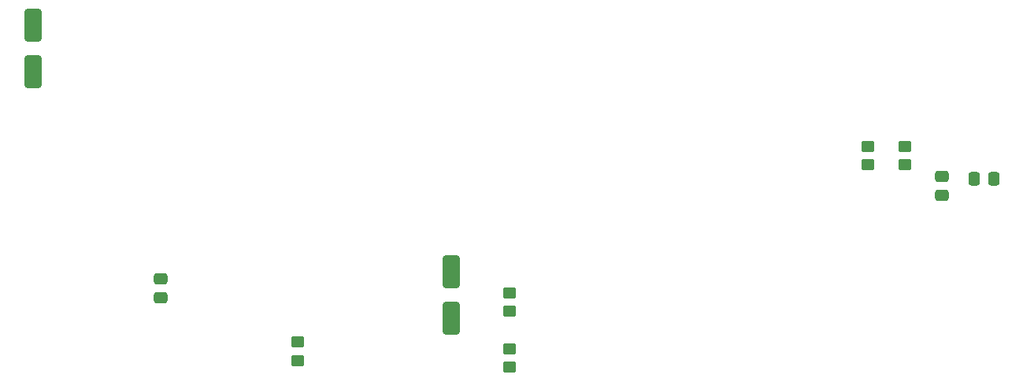
<source format=gbr>
%TF.GenerationSoftware,KiCad,Pcbnew,8.0.7-8.0.7-0~ubuntu24.04.1*%
%TF.CreationDate,2024-12-30T21:09:26+02:00*%
%TF.ProjectId,LRL5,4c524c35-2e6b-4696-9361-645f70636258,rev?*%
%TF.SameCoordinates,Original*%
%TF.FileFunction,Paste,Top*%
%TF.FilePolarity,Positive*%
%FSLAX46Y46*%
G04 Gerber Fmt 4.6, Leading zero omitted, Abs format (unit mm)*
G04 Created by KiCad (PCBNEW 8.0.7-8.0.7-0~ubuntu24.04.1) date 2024-12-30 21:09:26*
%MOMM*%
%LPD*%
G01*
G04 APERTURE LIST*
G04 Aperture macros list*
%AMRoundRect*
0 Rectangle with rounded corners*
0 $1 Rounding radius*
0 $2 $3 $4 $5 $6 $7 $8 $9 X,Y pos of 4 corners*
0 Add a 4 corners polygon primitive as box body*
4,1,4,$2,$3,$4,$5,$6,$7,$8,$9,$2,$3,0*
0 Add four circle primitives for the rounded corners*
1,1,$1+$1,$2,$3*
1,1,$1+$1,$4,$5*
1,1,$1+$1,$6,$7*
1,1,$1+$1,$8,$9*
0 Add four rect primitives between the rounded corners*
20,1,$1+$1,$2,$3,$4,$5,0*
20,1,$1+$1,$4,$5,$6,$7,0*
20,1,$1+$1,$6,$7,$8,$9,0*
20,1,$1+$1,$8,$9,$2,$3,0*%
G04 Aperture macros list end*
%ADD10RoundRect,0.250000X-0.650000X1.500000X-0.650000X-1.500000X0.650000X-1.500000X0.650000X1.500000X0*%
%ADD11RoundRect,0.250000X-0.450000X0.350000X-0.450000X-0.350000X0.450000X-0.350000X0.450000X0.350000X0*%
%ADD12RoundRect,0.250000X-0.475000X0.337500X-0.475000X-0.337500X0.475000X-0.337500X0.475000X0.337500X0*%
%ADD13RoundRect,0.250000X-0.337500X-0.475000X0.337500X-0.475000X0.337500X0.475000X-0.337500X0.475000X0*%
%ADD14RoundRect,0.250000X0.450000X-0.350000X0.450000X0.350000X-0.450000X0.350000X-0.450000X-0.350000X0*%
G04 APERTURE END LIST*
D10*
%TO.C,D1*%
X131250000Y-41000000D03*
X131250000Y-46000000D03*
%TD*%
%TO.C,D2*%
X176250000Y-67500000D03*
X176250000Y-72500000D03*
%TD*%
D11*
%TO.C,R6*%
X221000000Y-54000000D03*
X221000000Y-56000000D03*
%TD*%
D12*
%TO.C,C3*%
X145000000Y-68212500D03*
X145000000Y-70287500D03*
%TD*%
D11*
%TO.C,R3*%
X182500000Y-69750000D03*
X182500000Y-71750000D03*
%TD*%
D13*
%TO.C,C4*%
X232462500Y-57500000D03*
X234537500Y-57500000D03*
%TD*%
D14*
%TO.C,R4*%
X182500000Y-77750000D03*
X182500000Y-75750000D03*
%TD*%
D12*
%TO.C,C5*%
X229000000Y-57212500D03*
X229000000Y-59287500D03*
%TD*%
D11*
%TO.C,R5*%
X159750000Y-75000000D03*
X159750000Y-77000000D03*
%TD*%
%TO.C,R7*%
X225000000Y-54000000D03*
X225000000Y-56000000D03*
%TD*%
M02*

</source>
